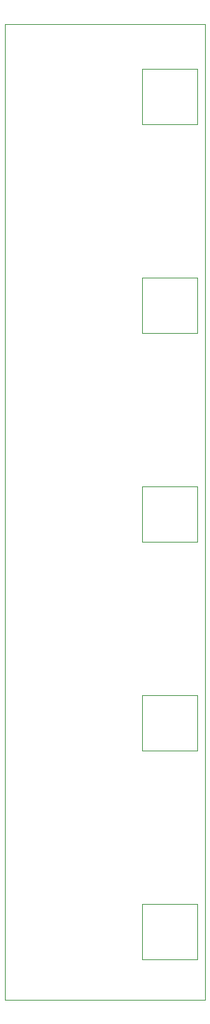
<source format=gm1>
%TF.GenerationSoftware,KiCad,Pcbnew,7.0.5*%
%TF.CreationDate,2023-07-09T21:28:36-04:00*%
%TF.ProjectId,Guitar_Hero_PCB_Switches,47756974-6172-45f4-9865-726f5f504342,v01*%
%TF.SameCoordinates,Original*%
%TF.FileFunction,Profile,NP*%
%FSLAX46Y46*%
G04 Gerber Fmt 4.6, Leading zero omitted, Abs format (unit mm)*
G04 Created by KiCad (PCBNEW 7.0.5) date 2023-07-09 21:28:36*
%MOMM*%
%LPD*%
G01*
G04 APERTURE LIST*
%TA.AperFunction,Profile*%
%ADD10C,0.100000*%
%TD*%
%TA.AperFunction,Profile*%
%ADD11C,0.025400*%
%TD*%
G04 APERTURE END LIST*
D10*
X143383000Y-91694000D02*
X149987000Y-91694000D01*
X149987000Y-98298000D01*
X143383000Y-98298000D01*
X143383000Y-91694000D01*
X143383000Y-141478000D02*
X149987000Y-141478000D01*
X149987000Y-148082000D01*
X143383000Y-148082000D01*
X143383000Y-141478000D01*
D11*
X150968964Y-177748946D02*
X127000000Y-177748946D01*
D10*
X143383000Y-116586000D02*
X149987000Y-116586000D01*
X149987000Y-123190000D01*
X143383000Y-123190000D01*
X143383000Y-116586000D01*
D11*
X127000000Y-177748946D02*
X127000000Y-61468000D01*
D10*
X143383000Y-166370000D02*
X149987000Y-166370000D01*
X149987000Y-172974000D01*
X143383000Y-172974000D01*
X143383000Y-166370000D01*
D11*
X127000000Y-61468000D02*
X150968964Y-61468000D01*
X150968964Y-61468000D02*
X150968964Y-177748946D01*
D10*
X143383000Y-66802000D02*
X149987000Y-66802000D01*
X149987000Y-73406000D01*
X143383000Y-73406000D01*
X143383000Y-66802000D01*
M02*

</source>
